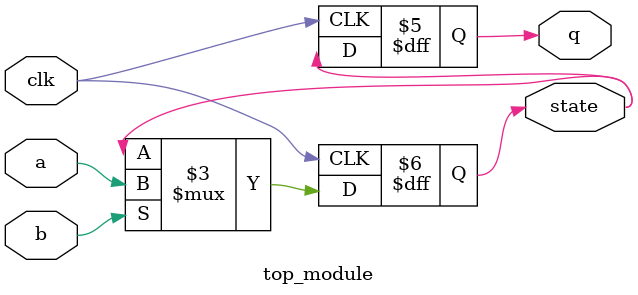
<source format=sv>
module top_module (
    input clk,
    input a,
    input b,
    output reg q,
    output reg state
);

    always @(posedge clk) begin
        if (b) begin
            state <= a; // Assign state based on a when b is high
        end else begin
            state <= state; // Retain state when b is low
        end
        q <= state; // Output the current state
    end

endmodule

</source>
